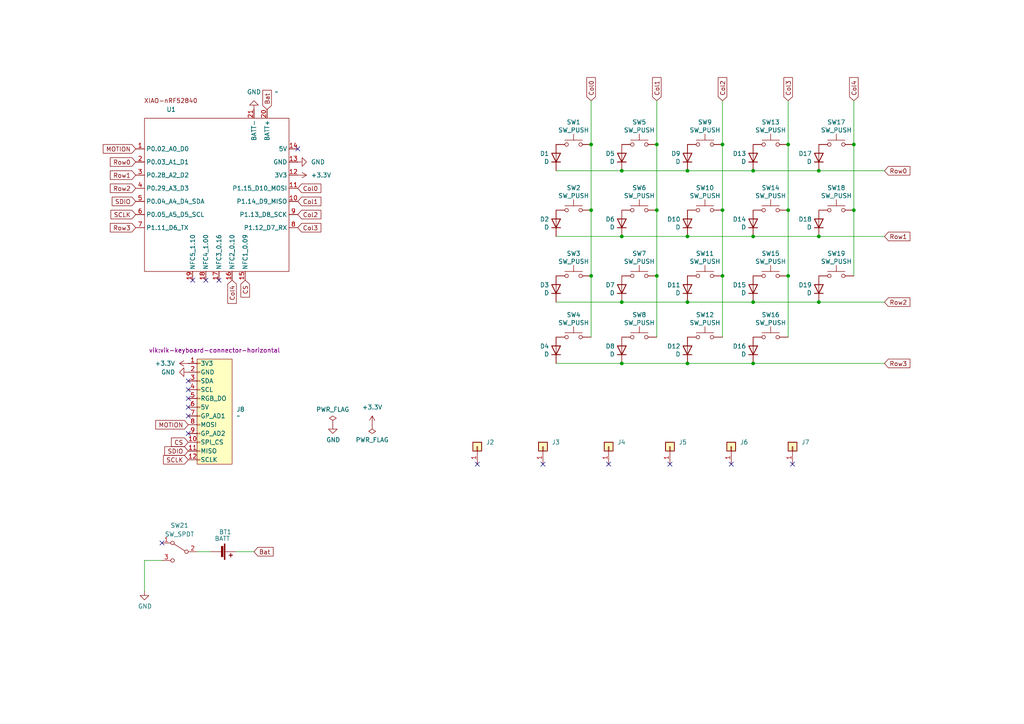
<source format=kicad_sch>
(kicad_sch (version 20231120) (generator "eeschema") (generator_version "8.0")
  (paper "A4")
  (lib_symbols
    (symbol "Connector_Generic:Conn_01x01" (pin_names (offset 1.016) hide)
      (property "Reference" "J" (at 0 2.54 0))
      (property "Value" "Conn_01x01" (at 0 -2.54 0))
      (symbol "Conn_01x01_1_1"
        (rectangle (start -1.27 0.127) (end 0 -0.127) (stroke (width 0.1524)))
        (rectangle (start -1.27 1.27) (end 1.27 -1.27) (stroke (width 0.254)) (fill (type background)))
        (pin passive line (at -5.08 0 0) (length 3.81) (name "Pin_1") (number "1"))
      )
    )
    (symbol "Device:Battery_Cell" (pin_numbers hide) (pin_names (offset 0) hide)
      (property "Reference" "BT" (at 2.54 2.54 0))
      (property "Value" "Battery_Cell" (at 2.54 0 0))
      (symbol "Battery_Cell_0_1"
        (rectangle (start -2.286 1.778) (end 2.286 1.524) (fill (type outline)))
        (rectangle (start -1.5748 1.1938) (end 1.4732 0.6858) (fill (type outline)))
        (polyline (pts (xy 0 0.762) (xy 0 0)))
        (polyline (pts (xy 0 1.778) (xy 0 2.54)))
        (polyline (pts (xy 0.508 3.429) (xy 1.524 3.429)) (stroke (width 0.254)))
        (polyline (pts (xy 1.016 3.937) (xy 1.016 2.921)) (stroke (width 0.254)))
      )
      (symbol "Battery_Cell_1_1"
        (pin passive line (at 0 5.08 270) (length 2.54) (name "+") (number "1"))
        (pin passive line (at 0 -2.54 90) (length 2.54) (name "-") (number "2"))
      )
    )
    (symbol "Device:D" (pin_numbers hide) (pin_names (offset 1.016) hide)
      (property "Reference" "D" (at 0 2.54 0))
      (property "Value" "D" (at 0 -2.54 0))
      (symbol "D_0_1"
        (polyline (pts (xy -1.27 1.27) (xy -1.27 -1.27)) (stroke (width 0.254)))
        (polyline (pts (xy 1.27 0) (xy -1.27 0)))
        (polyline (pts (xy 1.27 1.27) (xy 1.27 -1.27) (xy -1.27 0) (xy 1.27 1.27)) (stroke (width 0.254)))
      )
      (symbol "D_1_1"
        (pin passive line (at -3.81 0 0) (length 2.54) (name "K") (number "1"))
        (pin passive line (at 3.81 0 180) (length 2.54) (name "A") (number "2"))
      )
    )
    (symbol "GND_1" (power) (pin_numbers hide) (pin_names (offset 0) hide)
      (property "Value" "GND" (at 0 -3.81 0))
      (symbol "GND_1_0_1"
        (polyline (pts (xy 0 0) (xy 0 -1.27) (xy 1.27 -1.27) (xy 0 -2.54) (xy -1.27 -1.27) (xy 0 -1.27)))
      )
      (symbol "GND_1_1_1"
        (pin power_in line (at 0 0 270) (length 0) (name "~") (number "1"))
      )
    )
    (symbol "Switch:SW_Push" (pin_numbers hide) (pin_names (offset 1.016) hide)
      (property "Reference" "SW" (at 1.27 2.54 0))
      (property "Value" "SW_Push" (at 0 -1.524 0))
      (symbol "SW_Push_0_1"
        (circle (center -2.032 0) (radius 0.508))
        (polyline (pts (xy 0 1.27) (xy 0 3.048)))
        (polyline (pts (xy 2.54 1.27) (xy -2.54 1.27)))
        (circle (center 2.032 0) (radius 0.508))
        (pin passive line (at -5.08 0 0) (length 2.54) (name "1") (number "1"))
        (pin passive line (at 5.08 0 180) (length 2.54) (name "2") (number "2"))
      )
    )
    (symbol "Switch:SW_SPDT" (pin_names (offset 0) hide)
      (property "Reference" "SW" (at 0 4.318 0))
      (property "Value" "SW_SPDT" (at 0 -5.08 0))
      (symbol "SW_SPDT_0_0"
        (circle (center -2.032 0) (radius 0.508))
        (circle (center 2.032 -2.54) (radius 0.508))
      )
      (symbol "SW_SPDT_0_1"
        (polyline (pts (xy -1.524 0.254) (xy 1.651 2.286)))
        (circle (center 2.032 2.54) (radius 0.508))
      )
      (symbol "SW_SPDT_1_1"
        (pin passive line (at 5.08 2.54 180) (length 2.54) (name "A") (number "1"))
        (pin passive line (at -5.08 0 0) (length 2.54) (name "B") (number "2"))
        (pin passive line (at 5.08 -2.54 180) (length 2.54) (name "C") (number "3"))
      )
    )
    (symbol "my:XIAO-nRF52840"
      (property "Reference" "U1" (at 19.05 -3.81 0))
      (property "Value" "~" (at 50.4541 1.27 0))
      (symbol "XIAO-nRF52840_1_1"
        (text "XIAO-nRF52840" (at 20.32 -1.27 0) (effects (font (size 1.27 1.27))))
        (text_box "" (at 12.7 -6.35 0) (size 41.91 -44.45) (effects (font (size 1.27 1.27)) (justify left top)))
        (pin unspecified line (at 10.16 -15.24 0) (length 2.54) (name "P0.02_A0_D0") (number "1"))
        (pin unspecified line (at 57.15 -30.48 180) (length 2.54) (name "P1.14_D9_MISO") (number "10"))
        (pin unspecified line (at 57.15 -26.67 180) (length 2.54) (name "P1.15_D10_MOSI") (number "11"))
        (pin unspecified line (at 57.15 -22.86 180) (length 2.54) (name "3V3") (number "12"))
        (pin unspecified line (at 57.15 -19.05 180) (length 2.54) (name "GND") (number "13"))
        (pin unspecified line (at 57.15 -15.24 180) (length 2.54) (name "5V") (number "14"))
        (pin unspecified line (at 41.91 -53.34 90) (length 2.54) (name "NFC1_0.09") (number "15"))
        (pin unspecified line (at 38.1 -53.34 90) (length 2.54) (name "NFC2_0.10") (number "16"))
        (pin unspecified line (at 34.29 -53.34 90) (length 2.54) (name "NFC3_0.16") (number "17"))
        (pin unspecified line (at 30.48 -53.34 90) (length 2.54) (name "NFC4_1.00") (number "18"))
        (pin unspecified line (at 26.67 -53.34 90) (length 2.54) (name "NFC5_1.10") (number "19"))
        (pin unspecified line (at 10.16 -19.05 0) (length 2.54) (name "P0.03_A1_D1") (number "2"))
        (pin unspecified line (at 48.26 -3.81 270) (length 2.54) (name "BATT+") (number "20"))
        (pin unspecified line (at 44.45 -3.81 270) (length 2.54) (name "BATT-") (number "21"))
        (pin unspecified line (at 10.16 -22.86 0) (length 2.54) (name "P0.28_A2_D2") (number "3"))
        (pin unspecified line (at 10.16 -26.67 0) (length 2.54) (name "P0.29_A3_D3") (number "4"))
        (pin unspecified line (at 10.16 -30.48 0) (length 2.54) (name "P0.04_A4_D4_SDA") (number "5"))
        (pin unspecified line (at 10.16 -34.29 0) (length 2.54) (name "P0.05_A5_D5_SCL") (number "6"))
        (pin unspecified line (at 10.16 -38.1 0) (length 2.54) (name "P1.11_D6_TX") (number "7"))
        (pin unspecified line (at 57.15 -38.1 180) (length 2.54) (name "P1.12_D7_RX") (number "8"))
        (pin unspecified line (at 57.15 -34.29 180) (length 2.54) (name "P1.13_D8_SCK") (number "9"))
      )
    )
    (symbol "power:+3.3V" (power) (pin_numbers hide) (pin_names (offset 0) hide)
      (property "Value" "+3.3V" (at 0 3.556 0))
      (symbol "+3.3V_0_1"
        (polyline (pts (xy -0.762 1.27) (xy 0 2.54)))
        (polyline (pts (xy 0 0) (xy 0 2.54)))
        (polyline (pts (xy 0 2.54) (xy 0.762 1.27)))
      )
      (symbol "+3.3V_1_1"
        (pin power_in line (at 0 0 90) (length 0) (name "~") (number "1"))
      )
    )
    (symbol "power:GND" (power) (pin_names (offset 0))
      (property "Value" "GND" (at 0 -3.81 0))
      (symbol "GND_0_1"
        (polyline (pts (xy 0 0) (xy 0 -1.27) (xy 1.27 -1.27) (xy 0 -2.54) (xy -1.27 -1.27) (xy 0 -1.27)))
      )
      (symbol "GND_1_1"
        (pin power_in line (at 0 0 270) (length 0) hide (name "GND") (number "1"))
      )
    )
    (symbol "power:PWR_FLAG" (power) (pin_numbers hide) (pin_names (offset 0) hide)
      (property "Value" "PWR_FLAG" (at 0 3.81 0))
      (symbol "PWR_FLAG_0_0"
        (pin power_out line (at 0 0 90) (length 0) (name "pwr") (number "1"))
      )
      (symbol "PWR_FLAG_0_1"
        (polyline (pts (xy 0 0) (xy 0 1.27) (xy -1.016 1.905) (xy 0 2.54) (xy 1.016 1.905) (xy 0 1.27)))
      )
    )
    (symbol "vik:vik-keyboard-connector" (pin_names (offset 1))
      (property "Reference" "J" (at 0 15.875 0))
      (symbol "vik-keyboard-connector_1_1"
        (rectangle (start -5.08 13.97) (end 5.08 -16.51) (fill (type background)))
        (rectangle (start -5.0546 -15.113) (end -4.191 -15.367) (stroke (width 0.1)))
        (rectangle (start -5.0546 -12.573) (end -4.191 -12.827) (stroke (width 0.1)))
        (rectangle (start -5.0546 -10.033) (end -4.191 -10.287) (stroke (width 0.1)))
        (rectangle (start -5.0546 -7.493) (end -4.191 -7.747) (stroke (width 0.1)))
        (rectangle (start -5.0546 -4.953) (end -4.191 -5.207) (stroke (width 0.1)))
        (rectangle (start -5.0546 -2.413) (end -4.191 -2.667) (stroke (width 0.1)))
        (rectangle (start -5.0546 0.127) (end -4.191 -0.127) (stroke (width 0.1)))
        (rectangle (start -5.0546 2.667) (end -4.191 2.413) (stroke (width 0.1)))
        (rectangle (start -5.0546 5.207) (end -4.191 4.953) (stroke (width 0.1)))
        (rectangle (start -5.0546 7.747) (end -4.191 7.493) (stroke (width 0.1)))
        (rectangle (start -5.0546 10.287) (end -4.191 10.033) (stroke (width 0.1)))
        (rectangle (start -5.0546 12.827) (end -4.191 12.573) (stroke (width 0.1)))
        (pin power_in line (at -7.62 12.7 0) (length 2.54) (name "3V3") (number "1"))
        (pin input line (at -7.62 -10.16 0) (length 2.54) (name "SPI_CS") (number "10"))
        (pin tri_state line (at -7.62 -12.7 0) (length 2.54) (name "MISO") (number "11"))
        (pin input line (at -7.62 -15.24 0) (length 2.54) (name "SCLK") (number "12"))
        (pin power_in line (at -7.62 10.16 0) (length 2.54) (name "GND") (number "2"))
        (pin bidirectional line (at -7.62 7.62 0) (length 2.54) (name "SDA") (number "3"))
        (pin bidirectional line (at -7.62 5.08 0) (length 2.54) (name "SCL") (number "4"))
        (pin input line (at -7.62 2.54 0) (length 2.54) (name "RGB_DO") (number "5"))
        (pin power_in line (at -7.62 0 0) (length 2.54) (name "5V") (number "6"))
        (pin bidirectional line (at -7.62 -2.54 0) (length 2.54) (name "GP_AD1") (number "7"))
        (pin input line (at -7.62 -5.08 0) (length 2.54) (name "MOSI") (number "8"))
        (pin bidirectional line (at -7.62 -7.62 0) (length 2.54) (name "GP_AD2") (number "9"))
      )
    )
  )
  (junction (at 209.55 60.96))
  (junction (at 190.5 60.96))
  (junction (at 180.34 49.53))
  (junction (at 171.45 41.91))
  (junction (at 190.5 41.91))
  (junction (at 237.49 49.53))
  (junction (at 218.44 87.63))
  (junction (at 228.6 60.96))
  (junction (at 237.49 68.58))
  (junction (at 228.6 41.91))
  (junction (at 218.44 49.53))
  (junction (at 218.44 105.41))
  (junction (at 247.65 41.91))
  (junction (at 237.49 87.63))
  (junction (at 199.39 87.63))
  (junction (at 171.45 80.01))
  (junction (at 199.39 105.41))
  (junction (at 180.34 87.63))
  (junction (at 180.34 68.58))
  (junction (at 209.55 41.91))
  (junction (at 199.39 49.53))
  (junction (at 190.5 80.01))
  (junction (at 218.44 68.58))
  (junction (at 228.6 80.01))
  (junction (at 180.34 105.41))
  (junction (at 199.39 68.58))
  (junction (at 247.65 60.96))
  (junction (at 171.45 60.96))
  (junction (at 209.55 80.01))
  (no_connect (at 54.61 113.03))
  (no_connect (at 212.09 134.62))
  (no_connect (at 176.53 134.62))
  (no_connect (at 54.61 115.57))
  (no_connect (at 54.61 125.73))
  (no_connect (at 54.61 118.11))
  (no_connect (at 46.99 157.48))
  (no_connect (at 194.31 134.62))
  (no_connect (at 229.87 134.62))
  (no_connect (at 54.61 120.65))
  (no_connect (at 55.88 81.28))
  (no_connect (at 54.61 110.49))
  (no_connect (at 59.69 81.28))
  (no_connect (at 86.36 43.18))
  (no_connect (at 63.5 81.28))
  (no_connect (at 138.43 134.62))
  (no_connect (at 157.48 134.62))
  (wire (pts (xy 237.49 87.63) (xy 256.54 87.63)))
  (wire (pts (xy 218.44 87.63) (xy 199.39 87.63)))
  (wire (pts (xy 218.44 68.58) (xy 199.39 68.58)))
  (wire (pts (xy 180.34 87.63) (xy 161.29 87.63)))
  (wire (pts (xy 190.5 29.21) (xy 190.5 41.91)))
  (wire (pts (xy 68.58 160.02) (xy 73.66 160.02)))
  (wire (pts (xy 57.15 160.02) (xy 60.96 160.02)))
  (wire (pts (xy 237.49 49.53) (xy 218.44 49.53)))
  (wire (pts (xy 199.39 49.53) (xy 180.34 49.53)))
  (wire (pts (xy 209.55 80.01) (xy 209.55 97.79)))
  (wire (pts (xy 209.55 29.21) (xy 209.55 41.91)))
  (wire (pts (xy 41.91 162.56) (xy 41.91 171.45)))
  (wire (pts (xy 180.34 105.41) (xy 161.29 105.41)))
  (wire (pts (xy 46.99 162.56) (xy 41.91 162.56)))
  (wire (pts (xy 237.49 68.58) (xy 218.44 68.58)))
  (wire (pts (xy 171.45 60.96) (xy 171.45 80.01)))
  (wire (pts (xy 228.6 29.21) (xy 228.6 41.91)))
  (wire (pts (xy 199.39 105.41) (xy 180.34 105.41)))
  (wire (pts (xy 228.6 41.91) (xy 228.6 60.96)))
  (wire (pts (xy 171.45 41.91) (xy 171.45 60.96)))
  (wire (pts (xy 218.44 105.41) (xy 199.39 105.41)))
  (wire (pts (xy 237.49 49.53) (xy 256.54 49.53)))
  (wire (pts (xy 209.55 60.96) (xy 209.55 80.01)))
  (wire (pts (xy 180.34 68.58) (xy 161.29 68.58)))
  (wire (pts (xy 199.39 68.58) (xy 180.34 68.58)))
  (wire (pts (xy 228.6 80.01) (xy 228.6 97.79)))
  (wire (pts (xy 218.44 49.53) (xy 199.39 49.53)))
  (wire (pts (xy 218.44 105.41) (xy 256.54 105.41)))
  (wire (pts (xy 171.45 29.21) (xy 171.45 41.91)))
  (wire (pts (xy 247.65 60.96) (xy 247.65 80.01)))
  (wire (pts (xy 209.55 41.91) (xy 209.55 60.96)))
  (wire (pts (xy 190.5 41.91) (xy 190.5 60.96)))
  (wire (pts (xy 247.65 41.91) (xy 247.65 60.96)))
  (wire (pts (xy 247.65 29.21) (xy 247.65 41.91)))
  (wire (pts (xy 237.49 87.63) (xy 218.44 87.63)))
  (wire (pts (xy 171.45 80.01) (xy 171.45 97.79)))
  (wire (pts (xy 190.5 60.96) (xy 190.5 80.01)))
  (wire (pts (xy 180.34 49.53) (xy 161.29 49.53)))
  (wire (pts (xy 228.6 60.96) (xy 228.6 80.01)))
  (wire (pts (xy 199.39 87.63) (xy 180.34 87.63)))
  (wire (pts (xy 190.5 80.01) (xy 190.5 97.79)))
  (wire (pts (xy 237.49 68.58) (xy 256.54 68.58)))
  (global_label "Row2" (shape input) (at 256.54 87.63 0) (property "Intersheetrefs" "${INTERSHEET_REFS}" (effects (hide yes))))
  (global_label "Row1" (shape input) (at 256.54 68.58 0) (property "Intersheetrefs" "${INTERSHEET_REFS}" (effects (hide yes))))
  (global_label "Col3" (shape input) (at 228.6 29.21 90) (property "Intersheetrefs" "${INTERSHEET_REFS}" (effects (hide yes))))
  (global_label "CS" (shape input) (at 54.61 128.27 180) (property "Intersheetrefs" "${INTERSHEET_REFS}" (effects (hide yes))))
  (global_label "MOTION" (shape input) (at 54.61 123.19 180) (property "Intersheetrefs" "${INTERSHEET_REFS}" (effects (hide yes))))
  (global_label "Col1" (shape input) (at 86.36 58.42 0) (property "Intersheetrefs" "${INTERSHEET_REFS}" (effects (hide yes))))
  (global_label "Bat" (shape input) (at 77.47 31.75 90) (property "Intersheetrefs" "${INTERSHEET_REFS}" (effects (hide yes))))
  (global_label "Row0" (shape input) (at 256.54 49.53 0) (property "Intersheetrefs" "${INTERSHEET_REFS}" (effects (hide yes))))
  (global_label "Col3" (shape input) (at 86.36 66.04 0) (property "Intersheetrefs" "${INTERSHEET_REFS}" (effects (hide yes))))
  (global_label "Row0" (shape input) (at 39.37 46.99 180) (property "Intersheetrefs" "${INTERSHEET_REFS}" (effects (hide yes))))
  (global_label "Row3" (shape input) (at 256.54 105.41 0) (property "Intersheetrefs" "${INTERSHEET_REFS}" (effects (hide yes))))
  (global_label "MOTION" (shape input) (at 39.37 43.18 180) (property "Intersheetrefs" "${INTERSHEET_REFS}" (effects (hide yes))))
  (global_label "SDIO" (shape input) (at 54.61 130.81 180) (property "Intersheetrefs" "${INTERSHEET_REFS}" (effects (hide yes))))
  (global_label "Row3" (shape input) (at 39.37 66.04 180) (property "Intersheetrefs" "${INTERSHEET_REFS}" (effects (hide yes))))
  (global_label "SCLK" (shape input) (at 39.37 62.23 180) (property "Intersheetrefs" "${INTERSHEET_REFS}" (effects (hide yes))))
  (global_label "Col4" (shape input) (at 247.65 29.21 90) (property "Intersheetrefs" "${INTERSHEET_REFS}" (effects (hide yes))))
  (global_label "Row2" (shape input) (at 39.37 54.61 180) (property "Intersheetrefs" "${INTERSHEET_REFS}" (effects (hide yes))))
  (global_label "Col0" (shape input) (at 86.36 54.61 0) (property "Intersheetrefs" "${INTERSHEET_REFS}" (effects (hide yes))))
  (global_label "Col2" (shape input) (at 209.55 29.21 90) (property "Intersheetrefs" "${INTERSHEET_REFS}" (effects (hide yes))))
  (global_label "Col2" (shape input) (at 86.36 62.23 0) (property "Intersheetrefs" "${INTERSHEET_REFS}" (effects (hide yes))))
  (global_label "Row1" (shape input) (at 39.37 50.8 180) (property "Intersheetrefs" "${INTERSHEET_REFS}" (effects (hide yes))))
  (global_label "Bat" (shape input) (at 73.66 160.02 0) (property "Intersheetrefs" "${INTERSHEET_REFS}" (effects (hide yes))))
  (global_label "Col4" (shape input) (at 67.31 81.28 270) (property "Intersheetrefs" "${INTERSHEET_REFS}" (effects (hide yes))))
  (global_label "SCLK" (shape input) (at 54.61 133.35 180) (property "Intersheetrefs" "${INTERSHEET_REFS}" (effects (hide yes))))
  (global_label "CS" (shape input) (at 71.12 81.28 270) (property "Intersheetrefs" "${INTERSHEET_REFS}" (effects (hide yes))))
  (global_label "Col1" (shape input) (at 190.5 29.21 90) (property "Intersheetrefs" "${INTERSHEET_REFS}" (effects (hide yes))))
  (global_label "SDIO" (shape input) (at 39.37 58.42 180) (property "Intersheetrefs" "${INTERSHEET_REFS}" (effects (hide yes))))
  (global_label "Col0" (shape input) (at 171.45 29.21 90) (property "Intersheetrefs" "${INTERSHEET_REFS}" (effects (hide yes))))
  (symbol (lib_id "Switch:SW_Push") (at 204.47 80.01 0) (mirror y) (unit 1)
    (property "Reference" "SW11" (at 204.47 73.533 0))
    (property "Value" "SW_PUSH" (at 204.47 75.8444 0))
    (property "Footprint" "roBa:gateron-ks27-choc-v1-mx-hotswap-curved-pads" (effects (hide yes)))
  )
  (symbol (lib_id "vik:vik-keyboard-connector") (at 62.23 118.11 0) (unit 1)
    (property "Reference" "J8" (at 68.58 118.7449 0) (effects (justify left)))
    (property "Value" "~" (at 68.58 120.65 0) (effects (justify left)))
    (property "Footprint" "vik:vik-keyboard-connector-horizontal" (at 62.23 101.6 0))
  )
  (symbol (lib_id "Device:D") (at 199.39 64.77 270) (mirror x) (unit 1)
    (property "Reference" "D10" (at 197.3834 63.6016 90) (effects (justify right)))
    (property "Value" "D" (at 197.3834 65.913 90) (effects (justify right)))
    (property "Footprint" "Diode_SMD:D_SOD-123" (effects (hide yes)))
  )
  (symbol (lib_id "Switch:SW_Push") (at 223.52 80.01 0) (mirror y) (unit 1)
    (property "Reference" "SW15" (at 223.52 73.533 0))
    (property "Value" "SW_PUSH" (at 223.52 75.8444 0))
    (property "Footprint" "roBa:gateron-ks27-choc-v1-mx-hotswap-curved-pads" (effects (hide yes)))
  )
  (symbol (lib_id "Switch:SW_Push") (at 223.52 97.79 0) (mirror y) (unit 1)
    (property "Reference" "SW16" (at 223.52 91.313 0))
    (property "Value" "SW_PUSH" (at 223.52 93.6244 0))
    (property "Footprint" "roBa:gateron-ks27-choc-v1-mx-hotswap-curved-pads" (effects (hide yes)))
  )
  (symbol (lib_id "Device:D") (at 218.44 83.82 270) (mirror x) (unit 1)
    (property "Reference" "D15" (at 216.4334 82.6516 90) (effects (justify right)))
    (property "Value" "D" (at 216.4334 84.963 90) (effects (justify right)))
    (property "Footprint" "Diode_SMD:D_SOD-123" (effects (hide yes)))
  )
  (symbol (lib_id "Device:D") (at 237.49 83.82 270) (mirror x) (unit 1)
    (property "Reference" "D19" (at 235.4834 82.6516 90) (effects (justify right)))
    (property "Value" "D" (at 235.4834 84.963 90) (effects (justify right)))
    (property "Footprint" "Diode_SMD:D_SOD-123" (effects (hide yes)))
  )
  (symbol (lib_id "Device:D") (at 161.29 45.72 270) (mirror x) (unit 1)
    (property "Reference" "D1" (at 159.2834 44.5516 90) (effects (justify right)))
    (property "Value" "D" (at 159.2834 46.863 90) (effects (justify right)))
    (property "Footprint" "Diode_SMD:D_SOD-123" (effects (hide yes)))
  )
  (symbol (lib_id "Switch:SW_Push") (at 223.52 60.96 0) (mirror y) (unit 1)
    (property "Reference" "SW14" (at 223.52 54.483 0))
    (property "Value" "SW_PUSH" (at 223.52 56.7944 0))
    (property "Footprint" "roBa:gateron-ks27-choc-v1-mx-hotswap-curved-pads" (effects (hide yes)))
  )
  (symbol (lib_id "Switch:SW_Push") (at 166.37 60.96 0) (mirror y) (unit 1)
    (property "Reference" "SW2" (at 166.37 54.483 0))
    (property "Value" "SW_PUSH" (at 166.37 56.7944 0))
    (property "Footprint" "roBa:gateron-ks27-choc-v1-mx-hotswap-curved-pads" (effects (hide yes)))
  )
  (symbol (lib_id "Switch:SW_Push") (at 204.47 97.79 0) (mirror y) (unit 1)
    (property "Reference" "SW12" (at 204.47 91.313 0))
    (property "Value" "SW_PUSH" (at 204.47 93.6244 0))
    (property "Footprint" "roBa:gateron-ks27-choc-v1-mx-hotswap-curved-pads" (effects (hide yes)))
  )
  (symbol (lib_id "Device:D") (at 161.29 83.82 270) (mirror x) (unit 1)
    (property "Reference" "D3" (at 159.2834 82.6516 90) (effects (justify right)))
    (property "Value" "D" (at 159.2834 84.963 90) (effects (justify right)))
    (property "Footprint" "Diode_SMD:D_SOD-123" (effects (hide yes)))
  )
  (symbol (lib_name "GND_1") (lib_id "power:GND") (at 73.66 31.75 180) (unit 1)
    (property "Reference" "#PWR03" (effects (hide yes)))
    (property "Value" "GND" (at 73.66 26.67 0))
    (property "Description" "Power symbol creates a global label with name \"GND\" , ground" (effects (hide yes)))
  )
  (symbol (lib_id "Device:D") (at 199.39 45.72 270) (mirror x) (unit 1)
    (property "Reference" "D9" (at 197.3834 44.5516 90) (effects (justify right)))
    (property "Value" "D" (at 197.3834 46.863 90) (effects (justify right)))
    (property "Footprint" "Diode_SMD:D_SOD-123" (effects (hide yes)))
  )
  (symbol (lib_id "Device:D") (at 218.44 45.72 270) (mirror x) (unit 1)
    (property "Reference" "D13" (at 216.4334 44.5516 90) (effects (justify right)))
    (property "Value" "D" (at 216.4334 46.863 90) (effects (justify right)))
    (property "Footprint" "Diode_SMD:D_SOD-123" (effects (hide yes)))
  )
  (symbol (lib_id "Device:D") (at 199.39 101.6 270) (mirror x) (unit 1)
    (property "Reference" "D12" (at 197.3834 100.4316 90) (effects (justify right)))
    (property "Value" "D" (at 197.3834 102.743 90) (effects (justify right)))
    (property "Footprint" "Diode_SMD:D_SOD-123" (effects (hide yes)))
  )
  (symbol (lib_name "GND_1") (lib_id "power:GND") (at 54.61 107.95 270) (unit 1)
    (property "Reference" "#PWR02" (effects (hide yes)))
    (property "Value" "GND" (at 50.8 107.9501 90) (effects (justify right)))
    (property "Description" "Power symbol creates a global label with name \"GND\" , ground" (effects (hide yes)))
  )
  (symbol (lib_id "Connector_Generic:Conn_01x01") (at 229.87 129.54 90) (unit 1)
    (property "Reference" "J7" (at 232.41 128.2699 90) (effects (justify right)))
    (property "Value" "Conn_01x01-Connector_Generic" (effects (hide yes)))
    (property "Footprint" "MountingHole:MountingHole_4.3mm_M4" (effects (hide yes)))
    (property "Description" "Generic connector, single row, 01x01, script generated (kicad-library-utils/schlib/autogen/connector/)" (effects (hide yes)))
  )
  (symbol (lib_id "Device:D") (at 218.44 64.77 270) (mirror x) (unit 1)
    (property "Reference" "D14" (at 216.4334 63.6016 90) (effects (justify right)))
    (property "Value" "D" (at 216.4334 65.913 90) (effects (justify right)))
    (property "Footprint" "Diode_SMD:D_SOD-123" (effects (hide yes)))
  )
  (symbol (lib_id "my:XIAO-nRF52840") (at 29.21 27.94 0) (unit 1)
    (property "Reference" "U1" (at 48.26 31.75 0) (effects (justify left)))
    (property "Value" "~" (at 79.6641 26.67 0) (effects (justify left)))
    (property "Footprint" "roBa:XIAO_nRF52840_wBAT_wNFC_1" (effects (hide yes)))
  )
  (symbol (lib_id "Switch:SW_Push") (at 166.37 80.01 0) (mirror y) (unit 1)
    (property "Reference" "SW3" (at 166.37 73.533 0))
    (property "Value" "SW_PUSH" (at 166.37 75.8444 0))
    (property "Footprint" "roBa:gateron-ks27-choc-v1-mx-hotswap-curved-pads" (effects (hide yes)))
  )
  (symbol (lib_id "Connector_Generic:Conn_01x01") (at 194.31 129.54 90) (unit 1)
    (property "Reference" "J5" (at 196.85 128.2699 90) (effects (justify right)))
    (property "Value" "Conn_01x01-Connector_Generic" (effects (hide yes)))
    (property "Footprint" "MountingHole:MountingHole_4.3mm_M4" (effects (hide yes)))
    (property "Description" "Generic connector, single row, 01x01, script generated (kicad-library-utils/schlib/autogen/connector/)" (effects (hide yes)))
  )
  (symbol (lib_id "Switch:SW_Push") (at 166.37 41.91 0) (mirror y) (unit 1)
    (property "Reference" "SW1" (at 166.37 35.433 0))
    (property "Value" "SW_PUSH" (at 166.37 37.7444 0))
    (property "Footprint" "roBa:gateron-ks27-choc-v1-mx-hotswap-curved-pads" (effects (hide yes)))
  )
  (symbol (lib_id "Switch:SW_Push") (at 223.52 41.91 0) (mirror y) (unit 1)
    (property "Reference" "SW13" (at 223.52 35.433 0))
    (property "Value" "SW_PUSH" (at 223.52 37.7444 0))
    (property "Footprint" "roBa:gateron-ks27-choc-v1-mx-hotswap-curved-pads" (effects (hide yes)))
  )
  (symbol (lib_id "Switch:SW_Push") (at 166.37 97.79 0) (mirror y) (unit 1)
    (property "Reference" "SW4" (at 166.37 91.313 0))
    (property "Value" "SW_PUSH" (at 166.37 93.6244 0))
    (property "Footprint" "roBa:gateron-ks27-choc-v1-mx-hotswap-curved-pads" (effects (hide yes)))
  )
  (symbol (lib_id "Switch:SW_SPDT") (at 52.07 160.02 0) (mirror y) (unit 1)
    (property "Reference" "SW21" (at 52.07 152.4 0))
    (property "Value" "SW_SPDT" (at 52.07 154.94 0))
    (property "Footprint" "roBa:TGSW_MSK-12D19" (effects (hide yes)))
  )
  (symbol (lib_id "Switch:SW_Push") (at 242.57 60.96 0) (mirror y) (unit 1)
    (property "Reference" "SW18" (at 242.57 54.483 0))
    (property "Value" "SW_PUSH" (at 242.57 56.7944 0))
    (property "Footprint" "roBa:gateron-ks27-choc-v1-mx-hotswap-curved-pads" (effects (hide yes)))
  )
  (symbol (lib_id "power:+3.3V") (at 86.36 50.8 270) (unit 1)
    (property "Reference" "#PWR05" (effects (hide yes)))
    (property "Value" "+3.3V" (at 90.17 50.7999 90) (effects (justify left)))
    (property "Description" "Power symbol creates a global label with name \"+3.3V\"" (effects (hide yes)))
  )
  (symbol (lib_id "Device:D") (at 180.34 83.82 270) (mirror x) (unit 1)
    (property "Reference" "D7" (at 178.3334 82.6516 90) (effects (justify right)))
    (property "Value" "D" (at 178.3334 84.963 90) (effects (justify right)))
    (property "Footprint" "Diode_SMD:D_SOD-123" (effects (hide yes)))
  )
  (symbol (lib_id "Connector_Generic:Conn_01x01") (at 157.48 129.54 90) (unit 1)
    (property "Reference" "J3" (at 160.02 128.2699 90) (effects (justify right)))
    (property "Value" "Conn_01x01-Connector_Generic" (effects (hide yes)))
    (property "Footprint" "MountingHole:MountingHole_4.3mm_M4" (effects (hide yes)))
    (property "Description" "Generic connector, single row, 01x01, script generated (kicad-library-utils/schlib/autogen/connector/)" (effects (hide yes)))
  )
  (symbol (lib_id "Switch:SW_Push") (at 204.47 41.91 0) (mirror y) (unit 1)
    (property "Reference" "SW9" (at 204.47 35.433 0))
    (property "Value" "SW_PUSH" (at 204.47 37.7444 0))
    (property "Footprint" "roBa:gateron-ks27-choc-v1-mx-hotswap-curved-pads" (effects (hide yes)))
  )
  (symbol (lib_id "Connector_Generic:Conn_01x01") (at 138.43 129.54 90) (unit 1)
    (property "Reference" "J2" (at 140.97 128.2699 90) (effects (justify right)))
    (property "Value" "Conn_01x01-Connector_Generic" (effects (hide yes)))
    (property "Footprint" "MountingHole:MountingHole_4.3mm_M4" (effects (hide yes)))
    (property "Description" "Generic connector, single row, 01x01, script generated (kicad-library-utils/schlib/autogen/connector/)" (effects (hide yes)))
  )
  (symbol (lib_id "Device:D") (at 237.49 45.72 270) (mirror x) (unit 1)
    (property "Reference" "D17" (at 235.4834 44.5516 90) (effects (justify right)))
    (property "Value" "D" (at 235.4834 46.863 90) (effects (justify right)))
    (property "Footprint" "Diode_SMD:D_SOD-123" (effects (hide yes)))
  )
  (symbol (lib_name "GND_1") (lib_id "power:GND") (at 86.36 46.99 90) (unit 1)
    (property "Reference" "#PWR04" (effects (hide yes)))
    (property "Value" "GND" (at 90.17 46.9899 90) (effects (justify right)))
    (property "Description" "Power symbol creates a global label with name \"GND\" , ground" (effects (hide yes)))
  )
  (symbol (lib_id "Switch:SW_Push") (at 242.57 80.01 0) (mirror y) (unit 1)
    (property "Reference" "SW19" (at 242.57 73.533 0))
    (property "Value" "SW_PUSH" (at 242.57 75.8444 0))
    (property "Footprint" "roBa:gateron-ks27-choc-v1-mx-hotswap-curved-pads" (effects (hide yes)))
  )
  (symbol (lib_id "Device:D") (at 161.29 64.77 270) (mirror x) (unit 1)
    (property "Reference" "D2" (at 159.2834 63.6016 90) (effects (justify right)))
    (property "Value" "D" (at 159.2834 65.913 90) (effects (justify right)))
    (property "Footprint" "Diode_SMD:D_SOD-123" (effects (hide yes)))
  )
  (symbol (lib_id "Switch:SW_Push") (at 204.47 60.96 0) (mirror y) (unit 1)
    (property "Reference" "SW10" (at 204.47 54.483 0))
    (property "Value" "SW_PUSH" (at 204.47 56.7944 0))
    (property "Footprint" "roBa:gateron-ks27-choc-v1-mx-hotswap-curved-pads" (effects (hide yes)))
  )
  (symbol (lib_id "Switch:SW_Push") (at 185.42 97.79 0) (mirror y) (unit 1)
    (property "Reference" "SW8" (at 185.42 91.313 0))
    (property "Value" "SW_PUSH" (at 185.42 93.6244 0))
    (property "Footprint" "roBa:gateron-ks27-choc-v1-mx-hotswap-curved-pads" (effects (hide yes)))
  )
  (symbol (lib_id "power:GND") (at 96.52 123.19 0) (unit 1)
    (property "Reference" "#PWR06" (effects (hide yes)))
    (property "Value" "GND" (at 96.647 127.5842 0))
  )
  (symbol (lib_id "power:+3.3V") (at 54.61 105.41 90) (unit 1)
    (property "Reference" "#PWR07" (effects (hide yes)))
    (property "Value" "+3.3V" (at 50.8 105.4099 90) (effects (justify left)))
    (property "Description" "Power symbol creates a global label with name \"+3.3V\"" (effects (hide yes)))
  )
  (symbol (lib_id "power:+3.3V") (at 107.95 123.19 0) (unit 1)
    (property "Reference" "#PWR08" (effects (hide yes)))
    (property "Value" "+3.3V" (at 107.95 118.11 0))
    (property "Description" "Power symbol creates a global label with name \"+3.3V\"" (effects (hide yes)))
  )
  (symbol (lib_id "Device:Battery_Cell") (at 63.5 160.02 270) (unit 1)
    (property "Reference" "BT1" (at 63.5 154.305 90) (effects (justify left)))
    (property "Value" "BATT" (at 62.23 156.21 90) (effects (justify left)))
    (property "Footprint" "roBa:JST_S2B-PH-SM4-TB" (effects (hide yes)))
  )
  (symbol (lib_id "Device:D") (at 180.34 64.77 270) (mirror x) (unit 1)
    (property "Reference" "D6" (at 178.3334 63.6016 90) (effects (justify right)))
    (property "Value" "D" (at 178.3334 65.913 90) (effects (justify right)))
    (property "Footprint" "Diode_SMD:D_SOD-123" (effects (hide yes)))
  )
  (symbol (lib_id "Device:D") (at 218.44 101.6 270) (mirror x) (unit 1)
    (property "Reference" "D16" (at 216.4334 100.4316 90) (effects (justify right)))
    (property "Value" "D" (at 216.4334 102.743 90) (effects (justify right)))
    (property "Footprint" "Diode_SMD:D_SOD-123" (effects (hide yes)))
  )
  (symbol (lib_id "Switch:SW_Push") (at 185.42 41.91 0) (mirror y) (unit 1)
    (property "Reference" "SW5" (at 185.42 35.433 0))
    (property "Value" "SW_PUSH" (at 185.42 37.7444 0))
    (property "Footprint" "roBa:gateron-ks27-choc-v1-mx-hotswap-curved-pads" (effects (hide yes)))
  )
  (symbol (lib_id "Connector_Generic:Conn_01x01") (at 212.09 129.54 90) (unit 1)
    (property "Reference" "J6" (at 214.63 128.2699 90) (effects (justify right)))
    (property "Value" "Conn_01x01-Connector_Generic" (effects (hide yes)))
    (property "Footprint" "MountingHole:MountingHole_4.3mm_M4" (effects (hide yes)))
    (property "Description" "Generic connector, single row, 01x01, script generated (kicad-library-utils/schlib/autogen/connector/)" (effects (hide yes)))
  )
  (symbol (lib_id "Switch:SW_Push") (at 185.42 60.96 0) (mirror y) (unit 1)
    (property "Reference" "SW6" (at 185.42 54.483 0))
    (property "Value" "SW_PUSH" (at 185.42 56.7944 0))
    (property "Footprint" "roBa:gateron-ks27-choc-v1-mx-hotswap-curved-pads" (effects (hide yes)))
  )
  (symbol (lib_id "Device:D") (at 161.29 101.6 270) (mirror x) (unit 1)
    (property "Reference" "D4" (at 159.2834 100.4316 90) (effects (justify right)))
    (property "Value" "D" (at 159.2834 102.743 90) (effects (justify right)))
    (property "Footprint" "Diode_SMD:D_SOD-123" (effects (hide yes)))
  )
  (symbol (lib_id "Device:D") (at 237.49 64.77 270) (mirror x) (unit 1)
    (property "Reference" "D18" (at 235.4834 63.6016 90) (effects (justify right)))
    (property "Value" "D" (at 235.4834 65.913 90) (effects (justify right)))
    (property "Footprint" "Diode_SMD:D_SOD-123" (effects (hide yes)))
  )
  (symbol (lib_id "power:PWR_FLAG") (at 107.95 123.19 180) (unit 1)
    (property "Reference" "#FLG02" (effects (hide yes)))
    (property "Value" "PWR_FLAG" (at 107.95 127.5842 0))
  )
  (symbol (lib_id "power:GND") (at 41.91 171.45 0) (unit 1)
    (property "Reference" "#PWR01" (effects (hide yes)))
    (property "Value" "GND" (at 42.037 175.8442 0))
  )
  (symbol (lib_id "Device:D") (at 199.39 83.82 270) (mirror x) (unit 1)
    (property "Reference" "D11" (at 197.3834 82.6516 90) (effects (justify right)))
    (property "Value" "D" (at 197.3834 84.963 90) (effects (justify right)))
    (property "Footprint" "Diode_SMD:D_SOD-123" (effects (hide yes)))
  )
  (symbol (lib_id "Device:D") (at 180.34 101.6 270) (mirror x) (unit 1)
    (property "Reference" "D8" (at 178.3334 100.4316 90) (effects (justify right)))
    (property "Value" "D" (at 178.3334 102.743 90) (effects (justify right)))
    (property "Footprint" "Diode_SMD:D_SOD-123" (effects (hide yes)))
  )
  (symbol (lib_id "Switch:SW_Push") (at 185.42 80.01 0) (mirror y) (unit 1)
    (property "Reference" "SW7" (at 185.42 73.533 0))
    (property "Value" "SW_PUSH" (at 185.42 75.8444 0))
    (property "Footprint" "roBa:gateron-ks27-choc-v1-mx-hotswap-curved-pads" (effects (hide yes)))
  )
  (symbol (lib_id "power:PWR_FLAG") (at 96.52 123.19 0) (unit 1)
    (property "Reference" "#FLG01" (effects (hide yes)))
    (property "Value" "PWR_FLAG" (at 96.52 118.7704 0))
  )
  (symbol (lib_id "Switch:SW_Push") (at 242.57 41.91 0) (mirror y) (unit 1)
    (property "Reference" "SW17" (at 242.57 35.433 0))
    (property "Value" "SW_PUSH" (at 242.57 37.7444 0))
    (property "Footprint" "roBa:gateron-ks27-choc-v1-mx-hotswap-curved-pads" (effects (hide yes)))
  )
  (symbol (lib_id "Device:D") (at 180.34 45.72 270) (mirror x) (unit 1)
    (property "Reference" "D5" (at 178.3334 44.5516 90) (effects (justify right)))
    (property "Value" "D" (at 178.3334 46.863 90) (effects (justify right)))
    (property "Footprint" "Diode_SMD:D_SOD-123" (effects (hide yes)))
  )
  (symbol (lib_id "Connector_Generic:Conn_01x01") (at 176.53 129.54 90) (unit 1)
    (property "Reference" "J4" (at 179.07 128.2699 90) (effects (justify right)))
    (property "Value" "Conn_01x01-Connector_Generic" (effects (hide yes)))
    (property "Footprint" "MountingHole:MountingHole_4.3mm_M4" (effects (hide yes)))
    (property "Description" "Generic connector, single row, 01x01, script generated (kicad-library-utils/schlib/autogen/connector/)" (effects (hide yes)))
  )
)
</source>
